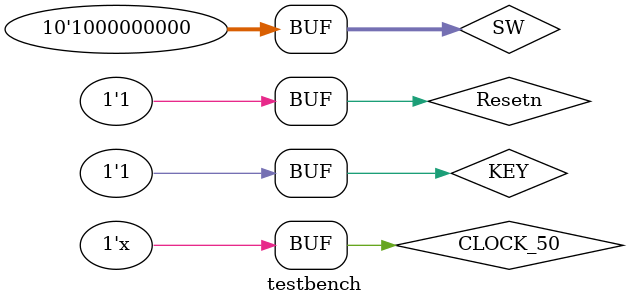
<source format=v>
`timescale 1ns / 1ps

module testbench ( );

	parameter CLOCK_PERIOD = 20;

	reg [9:0] SW;
	wire [0:0] KEY;
	wire [9:0] LEDR;
	wire [6:0] HEX0, HEX1, HEX2, HEX3, HEX4, HEX5;

	reg CLOCK_50;
	initial begin
		CLOCK_50 <= 1'b0;
	end // initial
	always @ (*)
	begin : Clock_Generator
		#((CLOCK_PERIOD) / 2) CLOCK_50 <= ~CLOCK_50;
	end
	
	reg Resetn;
	initial begin
		Resetn <= 1'b0;
		#20 Resetn <= 1'b1;
	end // initial

	initial begin
		SW <= 10'h0;
		#100 SW	<= 10'b1000000000;
		//#560 SW	<= 10'b1101010101;
		//#500 SW	<= 10'b1010101010;
	end // initial

	assign KEY[0] = Resetn;
	part3 U1 (KEY, SW, CLOCK_50, HEX5, HEX4, HEX3, HEX2, HEX1, HEX0, LEDR);

endmodule

</source>
